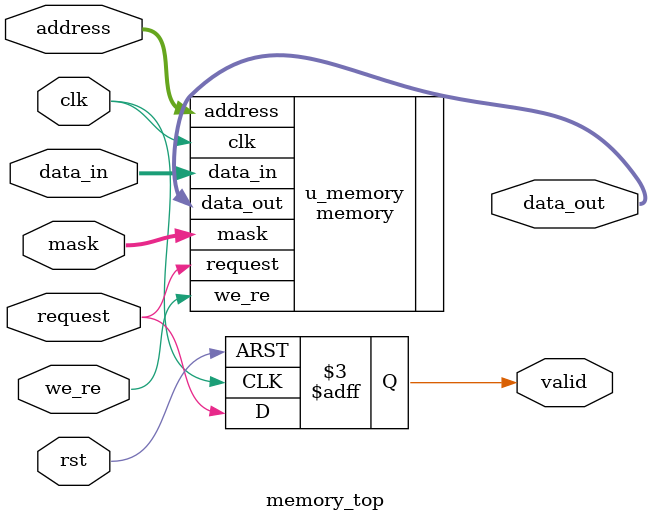
<source format=v>
module memory_top #(
    parameter INIT_MEM = 0
)(
    input wire clk,
    input wire rst,
    input wire we_re,
    input wire request,
    input wire [3:0]  mask,
    input wire [7:0]  address,
    input wire [31:0] data_in,

    output reg valid,
    output wire [31:0] data_out
    );

    always @(posedge clk or negedge rst ) begin
        if(!rst)begin
            valid <= 0;
        end
        else begin
            valid <= request;
        end
    end

    memory #(
      .INIT_MEM(INIT_MEM)
    )u_memory(
        .clk(clk),
        .we_re(we_re),
        .request(request),
        .mask(mask),
        .address(address),
        .data_in(data_in),
        .data_out(data_out)
    );
endmodule
</source>
